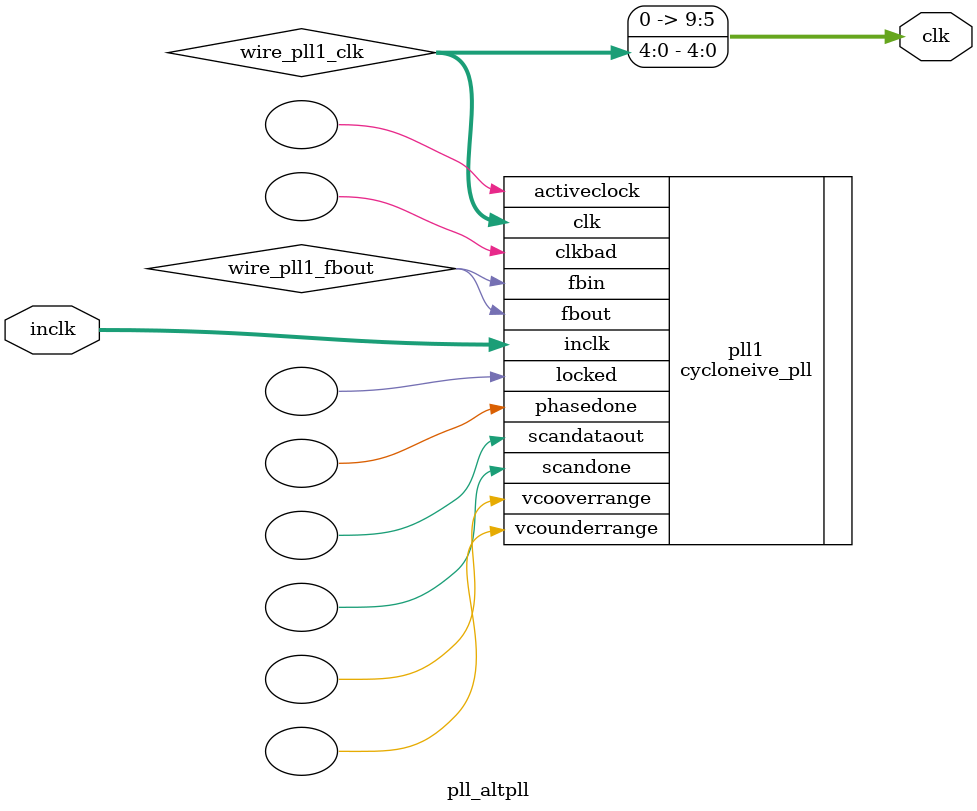
<source format=v>






//synthesis_resources = cycloneive_pll 1 
//synopsys translate_off
`timescale 1 ps / 1 ps
//synopsys translate_on
module  pll_altpll
	( 
	clk,
	inclk) /* synthesis synthesis_clearbox=1 */;
	output   [9:0]  clk;
	input   [1:0]  inclk;
`ifndef ALTERA_RESERVED_QIS
// synopsys translate_off
`endif
	tri0   [1:0]  inclk;
`ifndef ALTERA_RESERVED_QIS
// synopsys translate_on
`endif

	wire  [4:0]   wire_pll1_clk;
	wire  wire_pll1_fbout;

	cycloneive_pll   pll1
	( 
	.activeclock(),
	.clk(wire_pll1_clk),
	.clkbad(),
	.fbin(wire_pll1_fbout),
	.fbout(wire_pll1_fbout),
	.inclk(inclk),
	.locked(),
	.phasedone(),
	.scandataout(),
	.scandone(),
	.vcooverrange(),
	.vcounderrange()
	`ifndef FORMAL_VERIFICATION
	// synopsys translate_off
	`endif
	,
	.areset(1'b0),
	.clkswitch(1'b0),
	.configupdate(1'b0),
	.pfdena(1'b1),
	.phasecounterselect({3{1'b0}}),
	.phasestep(1'b0),
	.phaseupdown(1'b0),
	.scanclk(1'b0),
	.scanclkena(1'b1),
	.scandata(1'b0)
	`ifndef FORMAL_VERIFICATION
	// synopsys translate_on
	`endif
	);
	defparam
		pll1.bandwidth_type = "auto",
		pll1.clk0_divide_by = 5,
		pll1.clk0_duty_cycle = 80,
		pll1.clk0_multiply_by = 18,
		pll1.clk0_phase_shift = "0",
		pll1.compensate_clock = "clk0",
		pll1.inclk0_input_frequency = 20000,
		pll1.operation_mode = "normal",
		pll1.pll_type = "auto",
		pll1.lpm_type = "cycloneive_pll";
	assign
		clk = {{5{1'b0}}, wire_pll1_clk[4:0]};
endmodule //pll_altpll
//VALID FILE

</source>
